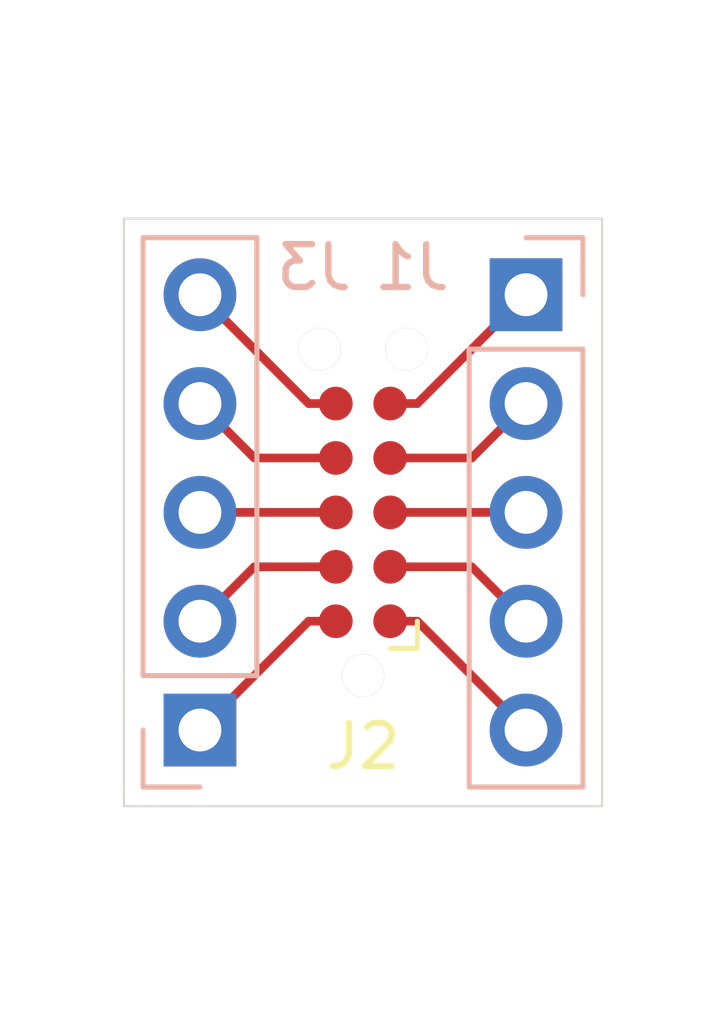
<source format=kicad_pcb>
(kicad_pcb (version 20221018) (generator pcbnew)
  (layers (0 "F.Cu" signal) (31 "B.Cu" signal) (34 "B.Paste" user) (35 "F.Paste" user) (36 "B.SilkS" user "B.Silkscreen") (37 "F.SilkS" user "F.Silkscreen") (38 "B.Mask" user) (39 "F.Mask" user) (44 "Edge.Cuts" user))
  (net 0 "")
  (net 1 "Net-(J1-Pad5)")
  (net 2 "Net-(J1-Pad4)")
  (net 3 "Net-(J1-Pad3)")
  (net 4 "Net-(J1-Pad2)")
  (net 5 "Net-(J1-Pad1)")
  (net 6 "Net-(J2-Pad10)")
  (net 7 "Net-(J2-Pad9)")
  (net 8 "Net-(J2-Pad8)")
  (net 9 "Net-(J2-Pad7)")
  (net 10 "Net-(J2-Pad6)")
  (footprint "Connector:Tag-Connect_TC2050-IDC-NL_2x05_P1.27mm_Vertical" (layer "F.Cu") (at 152.4 101.6 90)
    (fp_text reference "J2" (at -5.461 0) (layer "F.SilkS"))
    (fp_text value "Conn_02x05_Counter_Clockwise")
    (fp_line (start -3.175 1.27) (end -3.175 0.635) (stroke (width 0.12)) (layer "F.SilkS"))
    (fp_line (start -2.54 1.27) (end -3.175 1.27) (stroke (width 0.12)) (layer "F.SilkS"))
    (pad "" thru_hole circle (at -3.81 0 90) (size 0.9906 0.9906) (drill 0.9906) (layers "*.Cu" "*.Mask"))
    (pad "" thru_hole circle (at 3.81 -1.016 90) (size 0.9906 0.9906) (drill 0.9906) (layers "*.Cu" "*.Mask"))
    (pad "" thru_hole circle (at 3.81 1.016 90) (size 0.9906 0.9906) (drill 0.9906) (layers "*.Cu" "*.Mask"))
    (pad "1" connect circle (at -2.54 0.635 90) (size 0.7874 0.7874) (layers "F.Cu" "F.Mask") (net 1 "Net-(J1-Pad5)"))
    (pad "2" connect circle (at -1.27 0.635 90) (size 0.7874 0.7874) (layers "F.Cu" "F.Mask") (net 2 "Net-(J1-Pad4)"))
    (pad "3" connect circle (at 0 0.635 90) (size 0.7874 0.7874) (layers "F.Cu" "F.Mask") (net 3 "Net-(J1-Pad3)"))
    (pad "4" connect circle (at 1.27 0.635 90) (size 0.7874 0.7874) (layers "F.Cu" "F.Mask") (net 4 "Net-(J1-Pad2)"))
    (pad "5" connect circle (at 2.54 0.635 90) (size 0.7874 0.7874) (layers "F.Cu" "F.Mask") (net 5 "Net-(J1-Pad1)"))
    (pad "6" connect circle (at 2.54 -0.635 90) (size 0.7874 0.7874) (layers "F.Cu" "F.Mask") (net 10 "Net-(J2-Pad6)"))
    (pad "7" connect circle (at 1.27 -0.635 90) (size 0.7874 0.7874) (layers "F.Cu" "F.Mask") (net 9 "Net-(J2-Pad7)"))
    (pad "8" connect circle (at 0 -0.635 90) (size 0.7874 0.7874) (layers "F.Cu" "F.Mask") (net 8 "Net-(J2-Pad8)"))
    (pad "9" connect circle (at -1.27 -0.635 90) (size 0.7874 0.7874) (layers "F.Cu" "F.Mask") (net 7 "Net-(J2-Pad9)"))
    (pad "10" connect circle (at -2.54 -0.635 90) (size 0.7874 0.7874) (layers "F.Cu" "F.Mask") (net 6 "Net-(J2-Pad10)"))
  )
  (footprint "Connector_PinHeader_2.54mm:PinHeader_1x05_P2.54mm_Vertical" (layer "B.Cu") (at 156.21 96.52 180)
    (fp_text reference "J1" (at 2.667 0.635) (layer "B.SilkS") (effects (justify mirror)))
    (fp_text value "Conn_01x05")
    (fp_line (start -1.33 -11.49) (end 1.33 -11.49) (stroke (width 0.12)) (layer "B.SilkS"))
    (fp_line (start -1.33 -1.27) (end -1.33 -11.49) (stroke (width 0.12)) (layer "B.SilkS"))
    (fp_line (start -1.33 -1.27) (end 1.33 -1.27) (stroke (width 0.12)) (layer "B.SilkS"))
    (fp_line (start -1.33 0) (end -1.33 1.33) (stroke (width 0.12)) (layer "B.SilkS"))
    (fp_line (start -1.33 1.33) (end 0 1.33) (stroke (width 0.12)) (layer "B.SilkS"))
    (fp_line (start 1.33 -1.27) (end 1.33 -11.49) (stroke (width 0.12)) (layer "B.SilkS"))
    (pad "1" thru_hole rect (at 0 0 180) (size 1.7 1.7) (drill 1) (layers "*.Cu" "*.Mask") (net 5 "Net-(J1-Pad1)"))
    (pad "2" thru_hole oval (at 0 -2.54 180) (size 1.7 1.7) (drill 1) (layers "*.Cu" "*.Mask") (net 4 "Net-(J1-Pad2)"))
    (pad "3" thru_hole oval (at 0 -5.08 180) (size 1.7 1.7) (drill 1) (layers "*.Cu" "*.Mask") (net 3 "Net-(J1-Pad3)"))
    (pad "4" thru_hole oval (at 0 -7.62 180) (size 1.7 1.7) (drill 1) (layers "*.Cu" "*.Mask") (net 2 "Net-(J1-Pad4)"))
    (pad "5" thru_hole oval (at 0 -10.16 180) (size 1.7 1.7) (drill 1) (layers "*.Cu" "*.Mask") (net 1 "Net-(J1-Pad5)"))
  )
  (footprint "Connector_PinHeader_2.54mm:PinHeader_1x05_P2.54mm_Vertical" (layer "B.Cu") (at 148.59 106.68)
    (fp_text reference "J3" (at 2.667 -10.795) (layer "B.SilkS") (effects (justify mirror)))
    (fp_text value "Conn_01x05")
    (fp_line (start -1.33 -11.49) (end 1.33 -11.49) (stroke (width 0.12)) (layer "B.SilkS"))
    (fp_line (start -1.33 -1.27) (end -1.33 -11.49) (stroke (width 0.12)) (layer "B.SilkS"))
    (fp_line (start -1.33 -1.27) (end 1.33 -1.27) (stroke (width 0.12)) (layer "B.SilkS"))
    (fp_line (start -1.33 0) (end -1.33 1.33) (stroke (width 0.12)) (layer "B.SilkS"))
    (fp_line (start -1.33 1.33) (end 0 1.33) (stroke (width 0.12)) (layer "B.SilkS"))
    (fp_line (start 1.33 -1.27) (end 1.33 -11.49) (stroke (width 0.12)) (layer "B.SilkS"))
    (pad "1" thru_hole rect (at 0 0) (size 1.7 1.7) (drill 1) (layers "*.Cu" "*.Mask") (net 6 "Net-(J2-Pad10)"))
    (pad "2" thru_hole oval (at 0 -2.54) (size 1.7 1.7) (drill 1) (layers "*.Cu" "*.Mask") (net 7 "Net-(J2-Pad9)"))
    (pad "3" thru_hole oval (at 0 -5.08) (size 1.7 1.7) (drill 1) (layers "*.Cu" "*.Mask") (net 8 "Net-(J2-Pad8)"))
    (pad "4" thru_hole oval (at 0 -7.62) (size 1.7 1.7) (drill 1) (layers "*.Cu" "*.Mask") (net 9 "Net-(J2-Pad7)"))
    (pad "5" thru_hole oval (at 0 -10.16) (size 1.7 1.7) (drill 1) (layers "*.Cu" "*.Mask") (net 10 "Net-(J2-Pad6)"))
  )
  (gr_line (start 157.988 108.458) (end 157.988 94.742) (stroke (width 0.05)) (layer "Edge.Cuts"))
  (gr_line (start 157.988 94.742) (end 146.812 94.742) (stroke (width 0.05)) (layer "Edge.Cuts"))
  (gr_line (start 146.812 108.458) (end 157.988 108.458) (stroke (width 0.05)) (layer "Edge.Cuts"))
  (gr_line (start 146.812 94.742) (end 146.812 108.458) (stroke (width 0.05)) (layer "Edge.Cuts"))
  (segment (start 156.21 106.68) (end 153.67 104.14) (width 0.2032) (layer "F.Cu") (net 1))
  (segment (start 153.67 104.14) (end 153.035 104.14) (width 0.2032) (layer "F.Cu") (net 1))
  (segment (start 153.035 102.87) (end 154.94 102.87) (width 0.2032) (layer "F.Cu") (net 2))
  (segment (start 154.94 102.87) (end 156.21 104.14) (width 0.2032) (layer "F.Cu") (net 2))
  (segment (start 153.035 101.6) (end 153.591775 101.6) (width 0.2032) (layer "F.Cu") (net 3))
  (segment (start 153.591775 101.6) (end 156.21 101.6) (width 0.2032) (layer "F.Cu") (net 3))
  (segment (start 154.94 100.33) (end 156.21 99.06) (width 0.2032) (layer "F.Cu") (net 4))
  (segment (start 153.035 100.33) (end 154.94 100.33) (width 0.2032) (layer "F.Cu") (net 4))
  (segment (start 156.21 96.52) (end 153.67 99.06) (width 0.2032) (layer "F.Cu") (net 5))
  (segment (start 153.67 99.06) (end 153.035 99.06) (width 0.2032) (layer "F.Cu") (net 5))
  (segment (start 151.765 104.14) (end 151.13 104.14) (width 0.2032) (layer "F.Cu") (net 6))
  (segment (start 151.13 104.14) (end 148.59 106.68) (width 0.2032) (layer "F.Cu") (net 6))
  (segment (start 151.765 102.87) (end 149.86 102.87) (width 0.2032) (layer "F.Cu") (net 7))
  (segment (start 149.86 102.87) (end 148.59 104.14) (width 0.2032) (layer "F.Cu") (net 7))
  (segment (start 151.765 101.6) (end 148.59 101.6) (width 0.2032) (layer "F.Cu") (net 8))
  (segment (start 149.86 100.33) (end 148.59 99.06) (width 0.2032) (layer "F.Cu") (net 9))
  (segment (start 151.765 100.33) (end 149.86 100.33) (width 0.2032) (layer "F.Cu") (net 9))
  (segment (start 148.59 96.52) (end 151.13 99.06) (width 0.2032) (layer "F.Cu") (net 10))
  (segment (start 151.13 99.06) (end 151.765 99.06) (width 0.2032) (layer "F.Cu") (net 10))
)
</source>
